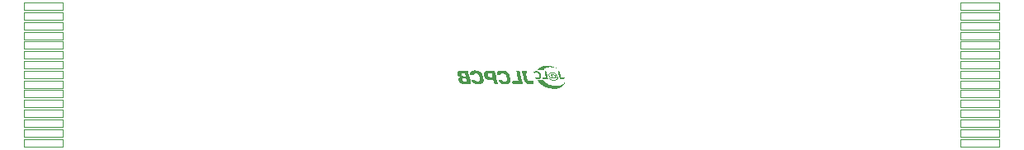
<source format=gbr>
%TF.GenerationSoftware,KiCad,Pcbnew,8.0.3*%
%TF.CreationDate,2024-11-15T18:21:39+09:00*%
%TF.ProjectId,FPC-MD-Main-002-20241115,4650432d-4d44-42d4-9d61-696e2d303032,rev?*%
%TF.SameCoordinates,Original*%
%TF.FileFunction,Legend,Bot*%
%TF.FilePolarity,Positive*%
%FSLAX46Y46*%
G04 Gerber Fmt 4.6, Leading zero omitted, Abs format (unit mm)*
G04 Created by KiCad (PCBNEW 8.0.3) date 2024-11-15 18:21:39*
%MOMM*%
%LPD*%
G01*
G04 APERTURE LIST*
G04 Aperture macros list*
%AMRoundRect*
0 Rectangle with rounded corners*
0 $1 Rounding radius*
0 $2 $3 $4 $5 $6 $7 $8 $9 X,Y pos of 4 corners*
0 Add a 4 corners polygon primitive as box body*
4,1,4,$2,$3,$4,$5,$6,$7,$8,$9,$2,$3,0*
0 Add four circle primitives for the rounded corners*
1,1,$1+$1,$2,$3*
1,1,$1+$1,$4,$5*
1,1,$1+$1,$6,$7*
1,1,$1+$1,$8,$9*
0 Add four rect primitives between the rounded corners*
20,1,$1+$1,$2,$3,$4,$5,0*
20,1,$1+$1,$4,$5,$6,$7,0*
20,1,$1+$1,$6,$7,$8,$9,0*
20,1,$1+$1,$8,$9,$2,$3,0*%
G04 Aperture macros list end*
%ADD10C,0.000000*%
%ADD11RoundRect,0.000000X-2.000000X0.350000X-2.000000X-0.350000X2.000000X-0.350000X2.000000X0.350000X0*%
%ADD12RoundRect,0.000000X2.000000X-0.350000X2.000000X0.350000X-2.000000X0.350000X-2.000000X-0.350000X0*%
G04 APERTURE END LIST*
D10*
G36*
X51309257Y-626111D02*
G01*
X51353021Y-677470D01*
X51400144Y-726228D01*
X51450579Y-772366D01*
X51504277Y-815862D01*
X51561192Y-856695D01*
X51621275Y-894845D01*
X51684480Y-930292D01*
X51750758Y-963014D01*
X51820063Y-992991D01*
X51892346Y-1020203D01*
X51967561Y-1044628D01*
X52045659Y-1066246D01*
X52126593Y-1085036D01*
X52210315Y-1100978D01*
X52296778Y-1114050D01*
X52385935Y-1124234D01*
X52474569Y-1130657D01*
X52560480Y-1132493D01*
X52643559Y-1129787D01*
X52723698Y-1122580D01*
X52800785Y-1110916D01*
X52874711Y-1094840D01*
X52945368Y-1074394D01*
X53012645Y-1049621D01*
X53076432Y-1020565D01*
X53136621Y-987270D01*
X53193102Y-949779D01*
X53245765Y-908135D01*
X53294500Y-862382D01*
X53339198Y-812563D01*
X53379750Y-758721D01*
X53416046Y-700900D01*
X53430022Y-676682D01*
X53435608Y-667510D01*
X53440277Y-660353D01*
X53444046Y-655254D01*
X53445597Y-653491D01*
X53446928Y-652258D01*
X53448041Y-651562D01*
X53448937Y-651407D01*
X53449620Y-651800D01*
X53450089Y-652746D01*
X53450348Y-654250D01*
X53450397Y-656317D01*
X53450240Y-658953D01*
X53449877Y-662163D01*
X53448542Y-670329D01*
X53446407Y-680858D01*
X53443487Y-693793D01*
X53439795Y-709177D01*
X53430157Y-747467D01*
X53421752Y-777688D01*
X53412410Y-807233D01*
X53402127Y-836107D01*
X53390902Y-864311D01*
X53378732Y-891848D01*
X53365612Y-918721D01*
X53351542Y-944934D01*
X53336517Y-970488D01*
X53320535Y-995388D01*
X53303593Y-1019634D01*
X53285688Y-1043232D01*
X53266818Y-1066182D01*
X53246980Y-1088489D01*
X53226170Y-1110154D01*
X53204386Y-1131182D01*
X53181625Y-1151574D01*
X53157885Y-1171333D01*
X53133161Y-1190463D01*
X53107453Y-1208966D01*
X53080756Y-1226845D01*
X53024385Y-1260742D01*
X52964027Y-1292178D01*
X52899660Y-1321174D01*
X52831259Y-1347754D01*
X52758803Y-1371940D01*
X52682268Y-1393756D01*
X52646569Y-1402190D01*
X52607479Y-1409501D01*
X52565413Y-1415692D01*
X52520784Y-1420765D01*
X52474005Y-1424722D01*
X52425490Y-1427565D01*
X52375652Y-1429295D01*
X52324904Y-1429915D01*
X52273661Y-1429428D01*
X52222334Y-1427835D01*
X52171338Y-1425137D01*
X52121087Y-1421339D01*
X52071993Y-1416440D01*
X52024470Y-1410444D01*
X51978931Y-1403352D01*
X51935790Y-1395167D01*
X51840404Y-1373328D01*
X51747437Y-1348584D01*
X51656964Y-1320970D01*
X51569056Y-1290524D01*
X51483785Y-1257284D01*
X51401225Y-1221286D01*
X51321446Y-1182568D01*
X51244522Y-1141167D01*
X51170525Y-1097120D01*
X51099528Y-1050464D01*
X51031602Y-1001237D01*
X50966820Y-949476D01*
X50905254Y-895218D01*
X50846978Y-838500D01*
X50792062Y-779359D01*
X50740579Y-717833D01*
X50723651Y-695903D01*
X50707021Y-673891D01*
X50691119Y-652374D01*
X50676374Y-631932D01*
X50663216Y-613144D01*
X50652076Y-596588D01*
X50643384Y-582844D01*
X50637568Y-572489D01*
X50614990Y-531567D01*
X51233057Y-531567D01*
X51309257Y-626111D01*
G37*
G36*
X52525635Y-245111D02*
G01*
X52526058Y-254950D01*
X52526244Y-263894D01*
X52526153Y-272040D01*
X52525745Y-279485D01*
X52524982Y-286327D01*
X52523824Y-292662D01*
X52522232Y-298588D01*
X52521261Y-301428D01*
X52520167Y-304201D01*
X52518944Y-306922D01*
X52517589Y-309600D01*
X52514459Y-314881D01*
X52510738Y-320142D01*
X52506386Y-325478D01*
X52501365Y-330989D01*
X52495635Y-336770D01*
X52489156Y-342919D01*
X52481890Y-349533D01*
X52471765Y-358033D01*
X52466642Y-361912D01*
X52461473Y-365543D01*
X52456255Y-368928D01*
X52450984Y-372065D01*
X52445654Y-374956D01*
X52440263Y-377601D01*
X52434805Y-380000D01*
X52429277Y-382153D01*
X52423675Y-384061D01*
X52417994Y-385723D01*
X52412230Y-387141D01*
X52406379Y-388314D01*
X52400438Y-389242D01*
X52394402Y-389926D01*
X52388266Y-390367D01*
X52382027Y-390563D01*
X52375680Y-390517D01*
X52369222Y-390227D01*
X52362648Y-389694D01*
X52355954Y-388919D01*
X52342190Y-386641D01*
X52327897Y-383396D01*
X52313042Y-379186D01*
X52297592Y-374013D01*
X52281513Y-367878D01*
X52263132Y-360530D01*
X52255496Y-357689D01*
X52248770Y-355398D01*
X52242864Y-353653D01*
X52237683Y-352449D01*
X52233134Y-351783D01*
X52231068Y-351650D01*
X52229125Y-351650D01*
X52227294Y-351782D01*
X52225563Y-352046D01*
X52223920Y-352442D01*
X52222353Y-352968D01*
X52220852Y-353624D01*
X52219405Y-354410D01*
X52217999Y-355325D01*
X52216624Y-356369D01*
X52213917Y-358840D01*
X52211191Y-361820D01*
X52208354Y-365304D01*
X52205313Y-369289D01*
X52203856Y-371220D01*
X52202391Y-373045D01*
X52200910Y-374765D01*
X52199404Y-376383D01*
X52197864Y-377900D01*
X52196284Y-379316D01*
X52194654Y-380635D01*
X52192965Y-381857D01*
X52191211Y-382984D01*
X52189383Y-384017D01*
X52187471Y-384958D01*
X52185469Y-385809D01*
X52183367Y-386571D01*
X52181158Y-387246D01*
X52178834Y-387834D01*
X52176385Y-388339D01*
X52173804Y-388761D01*
X52171082Y-389102D01*
X52168212Y-389363D01*
X52165184Y-389546D01*
X52161991Y-389653D01*
X52158625Y-389685D01*
X52155076Y-389643D01*
X52151338Y-389530D01*
X52143257Y-389093D01*
X52134316Y-388389D01*
X52124449Y-387427D01*
X52113590Y-386222D01*
X52095845Y-383749D01*
X52078341Y-380572D01*
X52061094Y-376707D01*
X52044121Y-372172D01*
X52027439Y-366981D01*
X52011066Y-361151D01*
X51995019Y-354698D01*
X51979314Y-347637D01*
X51949001Y-331759D01*
X51920263Y-313644D01*
X51893236Y-293420D01*
X51868057Y-271217D01*
X51844863Y-247161D01*
X51834052Y-234479D01*
X51823789Y-221381D01*
X51814090Y-207885D01*
X51804973Y-194006D01*
X51796453Y-179760D01*
X51788550Y-165163D01*
X51781279Y-150231D01*
X51774657Y-134980D01*
X51768702Y-119427D01*
X51763431Y-103587D01*
X51758860Y-87476D01*
X51755008Y-71110D01*
X51751890Y-54505D01*
X51749524Y-37678D01*
X51748369Y-25811D01*
X51747809Y-14029D01*
X51747836Y-2345D01*
X51748441Y9231D01*
X51749615Y20686D01*
X51751350Y32011D01*
X51753638Y43193D01*
X51756469Y54221D01*
X51759836Y65083D01*
X51763730Y75769D01*
X51768142Y86267D01*
X51773063Y96565D01*
X51778486Y106652D01*
X51784402Y116518D01*
X51790802Y126149D01*
X51797678Y135536D01*
X51805021Y144666D01*
X51812822Y153529D01*
X51821074Y162113D01*
X51829767Y170406D01*
X51838893Y178397D01*
X51848444Y186076D01*
X51858411Y193429D01*
X51868785Y200447D01*
X51879558Y207118D01*
X51890721Y213430D01*
X51902267Y219372D01*
X51914186Y224932D01*
X51926469Y230100D01*
X51939109Y234864D01*
X51952097Y239212D01*
X51965424Y243133D01*
X51982035Y247270D01*
X52000481Y250693D01*
X52020515Y253418D01*
X52041888Y255458D01*
X52064353Y256829D01*
X52087661Y257545D01*
X52111565Y257619D01*
X52135815Y257068D01*
X52160165Y255905D01*
X52184366Y254144D01*
X52208171Y251800D01*
X52231330Y248888D01*
X52253596Y245422D01*
X52274722Y241416D01*
X52294458Y236886D01*
X52312557Y231844D01*
X52353707Y217221D01*
X52392982Y200384D01*
X52430327Y181401D01*
X52465685Y160341D01*
X52499000Y137271D01*
X52530218Y112261D01*
X52559282Y85378D01*
X52586136Y56690D01*
X52610725Y26266D01*
X52632992Y-5826D01*
X52652883Y-39518D01*
X52670340Y-74742D01*
X52685309Y-111429D01*
X52697733Y-149511D01*
X52707556Y-188921D01*
X52714724Y-229589D01*
X52716160Y-242386D01*
X52717032Y-255106D01*
X52717348Y-267736D01*
X52717116Y-280265D01*
X52716342Y-292681D01*
X52715034Y-304973D01*
X52713198Y-317130D01*
X52710843Y-329138D01*
X52707975Y-340988D01*
X52704602Y-352667D01*
X52700731Y-364163D01*
X52696368Y-375465D01*
X52686200Y-397441D01*
X52674154Y-418501D01*
X52660290Y-438553D01*
X52644664Y-457503D01*
X52627335Y-475258D01*
X52608361Y-491725D01*
X52587800Y-506811D01*
X52565708Y-520424D01*
X52542145Y-532470D01*
X52529830Y-537876D01*
X52517168Y-542856D01*
X52475006Y-556907D01*
X52430829Y-567886D01*
X52385068Y-575864D01*
X52338156Y-580912D01*
X52290524Y-583098D01*
X52242605Y-582494D01*
X52194831Y-579169D01*
X52147633Y-573195D01*
X52101445Y-564640D01*
X52056697Y-553577D01*
X52013821Y-540074D01*
X51973251Y-524203D01*
X51935417Y-506032D01*
X51900752Y-485634D01*
X51869688Y-463078D01*
X51855642Y-451012D01*
X51842657Y-438434D01*
X51796090Y-390456D01*
X51832779Y-390456D01*
X51836854Y-390700D01*
X51841629Y-391418D01*
X51847045Y-392586D01*
X51853042Y-394182D01*
X51859560Y-396183D01*
X51866538Y-398567D01*
X51873918Y-401310D01*
X51881639Y-404390D01*
X51889641Y-407785D01*
X51897864Y-411471D01*
X51906248Y-415425D01*
X51914734Y-419626D01*
X51923261Y-424050D01*
X51931769Y-428674D01*
X51940199Y-433476D01*
X51948490Y-438434D01*
X51972386Y-451842D01*
X51997438Y-464015D01*
X52023549Y-474940D01*
X52050620Y-484603D01*
X52078550Y-492993D01*
X52107240Y-500098D01*
X52136593Y-505904D01*
X52166507Y-510400D01*
X52196885Y-513573D01*
X52227626Y-515411D01*
X52258632Y-515901D01*
X52289803Y-515030D01*
X52321040Y-512788D01*
X52352245Y-509160D01*
X52383317Y-504135D01*
X52414157Y-497700D01*
X52440349Y-490773D01*
X52464941Y-482702D01*
X52487920Y-473497D01*
X52509275Y-463172D01*
X52519339Y-457593D01*
X52528992Y-451739D01*
X52538234Y-445611D01*
X52547061Y-439211D01*
X52555472Y-432539D01*
X52563467Y-425599D01*
X52571043Y-418391D01*
X52578199Y-410917D01*
X52584933Y-403178D01*
X52591244Y-395176D01*
X52597130Y-386913D01*
X52602590Y-378390D01*
X52607622Y-369608D01*
X52612225Y-360569D01*
X52616396Y-351276D01*
X52620135Y-341728D01*
X52623440Y-331929D01*
X52626310Y-321878D01*
X52628742Y-311579D01*
X52630735Y-301032D01*
X52632288Y-290239D01*
X52633400Y-279202D01*
X52634067Y-267922D01*
X52634290Y-256400D01*
X52633223Y-225935D01*
X52630049Y-195970D01*
X52624812Y-166576D01*
X52617556Y-137823D01*
X52608323Y-109780D01*
X52597158Y-82519D01*
X52584103Y-56110D01*
X52569203Y-30622D01*
X52552500Y-6127D01*
X52534038Y17306D01*
X52513861Y39606D01*
X52492011Y60703D01*
X52468532Y80527D01*
X52443468Y99007D01*
X52416862Y116073D01*
X52388757Y131655D01*
X52373073Y139653D01*
X52358663Y146751D01*
X52345284Y153009D01*
X52332687Y158489D01*
X52320629Y163249D01*
X52308861Y167349D01*
X52297139Y170851D01*
X52285217Y173812D01*
X52272848Y176295D01*
X52259787Y178357D01*
X52245787Y180060D01*
X52230602Y181463D01*
X52213988Y182627D01*
X52195697Y183610D01*
X52153102Y185278D01*
X52111782Y186501D01*
X52077872Y186865D01*
X52063240Y186663D01*
X52049914Y186171D01*
X52037713Y185364D01*
X52026454Y184219D01*
X52015956Y182710D01*
X52006037Y180813D01*
X51996515Y178502D01*
X51987208Y175753D01*
X51977934Y172540D01*
X51968511Y168840D01*
X51948490Y159878D01*
X51941817Y156262D01*
X51935057Y152321D01*
X51928256Y148089D01*
X51921459Y143606D01*
X51914711Y138907D01*
X51908059Y134031D01*
X51901547Y129014D01*
X51895221Y123894D01*
X51889127Y118708D01*
X51883309Y113493D01*
X51877814Y108286D01*
X51872687Y103125D01*
X51867974Y98046D01*
X51863719Y93087D01*
X51859969Y88285D01*
X51856768Y83678D01*
X51850813Y73005D01*
X51845638Y61914D01*
X51841231Y50441D01*
X51837578Y38621D01*
X51834666Y26492D01*
X51832481Y14088D01*
X51831012Y1447D01*
X51830244Y-11396D01*
X51830164Y-24404D01*
X51830759Y-37541D01*
X51832017Y-50772D01*
X51833923Y-64059D01*
X51836465Y-77367D01*
X51839629Y-90659D01*
X51847772Y-117053D01*
X51858247Y-142950D01*
X51870948Y-168062D01*
X51885770Y-192099D01*
X51893943Y-203624D01*
X51902607Y-214772D01*
X51911749Y-225507D01*
X51921354Y-235792D01*
X51931411Y-245591D01*
X51941906Y-254868D01*
X51952826Y-263587D01*
X51964157Y-271711D01*
X51975887Y-279206D01*
X51988002Y-286033D01*
X51996521Y-290267D01*
X52005089Y-293971D01*
X52013625Y-297146D01*
X52022045Y-299792D01*
X52030266Y-301908D01*
X52038206Y-303496D01*
X52045783Y-304554D01*
X52052913Y-305083D01*
X52059513Y-305083D01*
X52065502Y-304554D01*
X52070797Y-303496D01*
X52073158Y-302768D01*
X52075314Y-301908D01*
X52077255Y-300916D01*
X52078971Y-299792D01*
X52080452Y-298535D01*
X52081686Y-297146D01*
X52082664Y-295625D01*
X52083376Y-293971D01*
X52083810Y-292185D01*
X52083957Y-290267D01*
X52083566Y-287802D01*
X52082419Y-283644D01*
X52078004Y-270621D01*
X52071009Y-251943D01*
X52061732Y-228354D01*
X52050471Y-200598D01*
X52037523Y-169418D01*
X52023186Y-135560D01*
X52007757Y-99767D01*
X51997117Y-75778D01*
X52126290Y-75778D01*
X52126621Y-85790D01*
X52127595Y-95960D01*
X52129188Y-106259D01*
X52131373Y-116653D01*
X52134124Y-127113D01*
X52137415Y-137607D01*
X52145517Y-158570D01*
X52155470Y-179294D01*
X52167069Y-199528D01*
X52180107Y-219023D01*
X52194377Y-237527D01*
X52209671Y-254790D01*
X52225785Y-270564D01*
X52242510Y-284597D01*
X52259640Y-296639D01*
X52268293Y-301835D01*
X52276969Y-306441D01*
X52285643Y-310423D01*
X52294290Y-313751D01*
X52302882Y-316395D01*
X52311395Y-318321D01*
X52319803Y-319500D01*
X52328079Y-319900D01*
X52338749Y-319647D01*
X52348551Y-318867D01*
X52353135Y-318269D01*
X52357510Y-317528D01*
X52361681Y-316640D01*
X52365650Y-315601D01*
X52369421Y-314406D01*
X52372996Y-313053D01*
X52376380Y-311537D01*
X52379574Y-309854D01*
X52382582Y-308001D01*
X52385407Y-305973D01*
X52388052Y-303767D01*
X52390521Y-301379D01*
X52392816Y-298805D01*
X52394940Y-296041D01*
X52396897Y-293083D01*
X52398690Y-289928D01*
X52400321Y-286571D01*
X52401795Y-283008D01*
X52403113Y-279237D01*
X52404279Y-275252D01*
X52405297Y-271050D01*
X52406169Y-266627D01*
X52406898Y-261979D01*
X52407487Y-257103D01*
X52408260Y-246649D01*
X52408513Y-235233D01*
X52407908Y-220352D01*
X52406386Y-205631D01*
X52403989Y-191104D01*
X52400760Y-176807D01*
X52396740Y-162776D01*
X52391971Y-149046D01*
X52386496Y-135653D01*
X52380357Y-122631D01*
X52373595Y-110017D01*
X52366253Y-97845D01*
X52358374Y-86151D01*
X52349998Y-74970D01*
X52341169Y-64339D01*
X52331929Y-54291D01*
X52322318Y-44863D01*
X52312381Y-36090D01*
X52302158Y-28008D01*
X52291692Y-20651D01*
X52281025Y-14056D01*
X52270199Y-8257D01*
X52259256Y-3290D01*
X52248239Y810D01*
X52237189Y4006D01*
X52226149Y6265D01*
X52215160Y7550D01*
X52204265Y7826D01*
X52193506Y7058D01*
X52182925Y5209D01*
X52172564Y2246D01*
X52162466Y-1868D01*
X52152671Y-7168D01*
X52143224Y-13689D01*
X52142430Y-14412D01*
X52141638Y-15254D01*
X52140849Y-16213D01*
X52140065Y-17283D01*
X52138517Y-19741D01*
X52137006Y-22597D01*
X52135545Y-25816D01*
X52134145Y-29366D01*
X52132820Y-33213D01*
X52131582Y-37325D01*
X52130443Y-41669D01*
X52129416Y-46211D01*
X52128513Y-50918D01*
X52127746Y-55758D01*
X52127128Y-60697D01*
X52126671Y-65702D01*
X52126388Y-70740D01*
X52126290Y-75778D01*
X51997117Y-75778D01*
X51930146Y75211D01*
X51979535Y75211D01*
X51984855Y75081D01*
X51990212Y74698D01*
X51995577Y74076D01*
X52000922Y73227D01*
X52006217Y72162D01*
X52011434Y70895D01*
X52016543Y69438D01*
X52021515Y67803D01*
X52026323Y66002D01*
X52030936Y64049D01*
X52035325Y61955D01*
X52039463Y59733D01*
X52043319Y57395D01*
X52046866Y54954D01*
X52050073Y52422D01*
X52052913Y49811D01*
X52057407Y45346D01*
X52061421Y41477D01*
X52065033Y38202D01*
X52066714Y36789D01*
X52068325Y35524D01*
X52069876Y34407D01*
X52071377Y33440D01*
X52072838Y32621D01*
X52074269Y31952D01*
X52075681Y31431D01*
X52077084Y31059D01*
X52078487Y30835D01*
X52079900Y30761D01*
X52081334Y30835D01*
X52082799Y31059D01*
X52084305Y31431D01*
X52085861Y31952D01*
X52087479Y32621D01*
X52089168Y33440D01*
X52090938Y34407D01*
X52092799Y35524D01*
X52094761Y36789D01*
X52096834Y38202D01*
X52101356Y41477D01*
X52106444Y45346D01*
X52112179Y49811D01*
X52115812Y52422D01*
X52119814Y54954D01*
X52124154Y57395D01*
X52128804Y59733D01*
X52133735Y61955D01*
X52138919Y64049D01*
X52144325Y66002D01*
X52149926Y67803D01*
X52155693Y69438D01*
X52161596Y70895D01*
X52167606Y72162D01*
X52173695Y73227D01*
X52179833Y74076D01*
X52185993Y74698D01*
X52192143Y75081D01*
X52198257Y75211D01*
X52212961Y74745D01*
X52227684Y73365D01*
X52242395Y71103D01*
X52257063Y67987D01*
X52271658Y64048D01*
X52286149Y59314D01*
X52300505Y53816D01*
X52314696Y47584D01*
X52328690Y40647D01*
X52342457Y33034D01*
X52355966Y24777D01*
X52369186Y15903D01*
X52382087Y6443D01*
X52394638Y-3572D01*
X52406808Y-14115D01*
X52418567Y-25154D01*
X52429883Y-36661D01*
X52440726Y-48605D01*
X52451065Y-60956D01*
X52460870Y-73686D01*
X52470109Y-86764D01*
X52478752Y-100161D01*
X52486769Y-113846D01*
X52494127Y-127791D01*
X52500798Y-141965D01*
X52506749Y-156338D01*
X52511951Y-170882D01*
X52516372Y-185566D01*
X52519981Y-200361D01*
X52522749Y-215236D01*
X52524644Y-230163D01*
X52524980Y-235233D01*
X52525635Y-245111D01*
G37*
G36*
X51468046Y372049D02*
G01*
X51482160Y370867D01*
X51495303Y369009D01*
X51507107Y366465D01*
X51512391Y364932D01*
X51517203Y363224D01*
X51521496Y361339D01*
X51525224Y359276D01*
X51528341Y357034D01*
X51530802Y354611D01*
X51541239Y318305D01*
X51560854Y232704D01*
X51614586Y-22685D01*
X51665937Y-284159D01*
X51682576Y-377367D01*
X51688846Y-424322D01*
X51688753Y-426125D01*
X51688631Y-426990D01*
X51688453Y-427831D01*
X51688215Y-428649D01*
X51687911Y-429444D01*
X51687539Y-430215D01*
X51687093Y-430964D01*
X51686570Y-431691D01*
X51685965Y-432396D01*
X51685274Y-433080D01*
X51684493Y-433742D01*
X51683617Y-434383D01*
X51682642Y-435004D01*
X51681564Y-435604D01*
X51680379Y-436184D01*
X51679083Y-436745D01*
X51677670Y-437287D01*
X51674480Y-438313D01*
X51670775Y-439266D01*
X51666522Y-440148D01*
X51661685Y-440962D01*
X51656232Y-441710D01*
X51650127Y-442395D01*
X51643338Y-443020D01*
X51635829Y-443586D01*
X51627566Y-444098D01*
X51618516Y-444557D01*
X51608644Y-444965D01*
X51597917Y-445326D01*
X51586299Y-445643D01*
X51560258Y-446150D01*
X51530249Y-446509D01*
X51495998Y-446740D01*
X51457232Y-446864D01*
X51413679Y-446900D01*
X51313094Y-447041D01*
X51239231Y-446437D01*
X51210997Y-445376D01*
X51187857Y-443552D01*
X51169282Y-440772D01*
X51154740Y-436846D01*
X51148818Y-434392D01*
X51143705Y-431580D01*
X51139337Y-428385D01*
X51135646Y-424783D01*
X51132568Y-420749D01*
X51130035Y-416261D01*
X51126342Y-405824D01*
X51124038Y-393278D01*
X51122594Y-378431D01*
X51120168Y-341067D01*
X51117346Y-298733D01*
X51289501Y-294500D01*
X51333017Y-293301D01*
X51369604Y-291788D01*
X51399609Y-289911D01*
X51423381Y-287621D01*
X51441265Y-284868D01*
X51448108Y-283302D01*
X51453609Y-281602D01*
X51457813Y-279761D01*
X51460761Y-277773D01*
X51462499Y-275633D01*
X51463068Y-273333D01*
X51461856Y-263817D01*
X51458394Y-243502D01*
X51445782Y-175438D01*
X51405213Y35700D01*
X51382988Y150926D01*
X51366054Y248425D01*
X51360068Y287302D01*
X51356000Y317878D01*
X51354049Y338863D01*
X51353929Y345355D01*
X51354413Y348967D01*
X51355848Y351542D01*
X51358006Y353975D01*
X51360841Y356266D01*
X51364307Y358412D01*
X51368358Y360412D01*
X51372948Y362265D01*
X51383561Y365525D01*
X51395778Y368182D01*
X51409231Y370224D01*
X51423552Y371643D01*
X51438374Y372426D01*
X51453327Y372565D01*
X51468046Y372049D01*
G37*
G36*
X52828852Y370509D02*
G01*
X52842785Y369786D01*
X52855829Y368675D01*
X52867631Y367179D01*
X52877837Y365303D01*
X52886094Y363050D01*
X52889381Y361784D01*
X52892048Y360426D01*
X52894051Y358975D01*
X52895346Y357433D01*
X52896383Y354859D01*
X52897884Y349868D01*
X52902159Y333158D01*
X52907922Y308345D01*
X52914925Y276471D01*
X52922921Y238577D01*
X52931660Y195707D01*
X52940896Y148900D01*
X52950379Y99200D01*
X52970336Y-2144D01*
X52987267Y-83429D01*
X53001849Y-147086D01*
X53014761Y-195546D01*
X53020803Y-214837D01*
X53026681Y-231240D01*
X53032481Y-245059D01*
X53038287Y-256599D01*
X53044184Y-266162D01*
X53050257Y-274053D01*
X53056590Y-280575D01*
X53063268Y-286033D01*
X53067839Y-288960D01*
X53072549Y-291657D01*
X53077388Y-294122D01*
X53082346Y-296358D01*
X53087414Y-298364D01*
X53092581Y-300141D01*
X53103176Y-303011D01*
X53114052Y-304971D01*
X53125131Y-306026D01*
X53136334Y-306180D01*
X53147582Y-305436D01*
X53158797Y-303800D01*
X53169901Y-301275D01*
X53180814Y-297865D01*
X53191459Y-293574D01*
X53201756Y-288407D01*
X53206750Y-285496D01*
X53211628Y-282368D01*
X53216379Y-279022D01*
X53220995Y-275460D01*
X53225465Y-271682D01*
X53229779Y-267689D01*
X53269290Y-229589D01*
X53328557Y-263456D01*
X53357427Y-279044D01*
X53369017Y-285631D01*
X53378806Y-291590D01*
X53386867Y-297052D01*
X53390272Y-299639D01*
X53393273Y-302151D01*
X53395877Y-304605D01*
X53398095Y-307018D01*
X53399935Y-309406D01*
X53401406Y-311786D01*
X53402517Y-314174D01*
X53403278Y-316587D01*
X53403697Y-319042D01*
X53403784Y-321554D01*
X53403547Y-324140D01*
X53402996Y-326818D01*
X53402140Y-329603D01*
X53400987Y-332512D01*
X53397828Y-338768D01*
X53393592Y-345719D01*
X53388352Y-353497D01*
X53382179Y-362233D01*
X53373839Y-373036D01*
X53364722Y-383215D01*
X53354867Y-392771D01*
X53344316Y-401700D01*
X53333110Y-410001D01*
X53321290Y-417672D01*
X53308896Y-424710D01*
X53295969Y-431113D01*
X53282551Y-436880D01*
X53268681Y-442008D01*
X53254400Y-446495D01*
X53239751Y-450340D01*
X53224772Y-453539D01*
X53209506Y-456092D01*
X53193993Y-457995D01*
X53178274Y-459247D01*
X53162389Y-459846D01*
X53146380Y-459790D01*
X53130287Y-459077D01*
X53114151Y-457704D01*
X53098013Y-455670D01*
X53081914Y-452972D01*
X53065894Y-449608D01*
X53049995Y-445577D01*
X53034257Y-440876D01*
X53018721Y-435504D01*
X53003428Y-429457D01*
X52988419Y-422735D01*
X52973734Y-415334D01*
X52959414Y-407254D01*
X52945501Y-398491D01*
X52932035Y-389045D01*
X52925141Y-383784D01*
X52918475Y-378300D01*
X52912023Y-372557D01*
X52905772Y-366522D01*
X52899711Y-360160D01*
X52893826Y-353437D01*
X52888105Y-346320D01*
X52882536Y-338774D01*
X52877104Y-330764D01*
X52871799Y-322258D01*
X52866607Y-313220D01*
X52861515Y-303617D01*
X52856511Y-293415D01*
X52851583Y-282579D01*
X52846716Y-271075D01*
X52841900Y-258870D01*
X52832367Y-232217D01*
X52822880Y-202348D01*
X52813341Y-168990D01*
X52803646Y-131870D01*
X52793695Y-90714D01*
X52783386Y-45252D01*
X52772618Y4792D01*
X52761290Y59689D01*
X52733289Y202872D01*
X52724232Y253810D01*
X52718252Y292875D01*
X52715181Y321488D01*
X52714686Y332321D01*
X52714856Y341073D01*
X52715671Y347924D01*
X52717111Y353051D01*
X52719153Y356632D01*
X52721779Y358844D01*
X52724484Y360378D01*
X52727806Y361805D01*
X52736125Y364340D01*
X52746382Y366453D01*
X52758226Y368149D01*
X52771301Y369431D01*
X52785255Y370304D01*
X52799733Y370772D01*
X52814383Y370839D01*
X52828852Y370509D01*
G37*
G36*
X50516516Y383349D02*
G01*
X50533364Y382590D01*
X50549506Y381444D01*
X50564705Y379910D01*
X50578726Y377985D01*
X50591333Y375668D01*
X50602290Y372956D01*
X50631243Y362770D01*
X50659812Y350805D01*
X50687882Y337165D01*
X50715334Y321957D01*
X50742049Y305285D01*
X50767911Y287255D01*
X50792802Y267973D01*
X50816603Y247543D01*
X50839197Y226071D01*
X50860466Y203663D01*
X50880292Y180425D01*
X50898558Y156460D01*
X50915145Y131876D01*
X50929935Y106776D01*
X50942812Y81268D01*
X50953657Y55455D01*
X50960171Y36169D01*
X50965952Y15997D01*
X50970992Y-4891D01*
X50975287Y-26323D01*
X50978829Y-48127D01*
X50981612Y-70131D01*
X50983630Y-92164D01*
X50984878Y-114054D01*
X50985348Y-135631D01*
X50985035Y-156721D01*
X50983932Y-177154D01*
X50982034Y-196759D01*
X50979333Y-215362D01*
X50975824Y-232794D01*
X50971501Y-248883D01*
X50966357Y-263456D01*
X50960489Y-276357D01*
X50954011Y-288863D01*
X50946937Y-300965D01*
X50939287Y-312657D01*
X50931076Y-323932D01*
X50922323Y-334782D01*
X50913043Y-345199D01*
X50903254Y-355178D01*
X50892973Y-364710D01*
X50882217Y-373788D01*
X50871004Y-382406D01*
X50859350Y-390555D01*
X50847272Y-398229D01*
X50834787Y-405420D01*
X50821912Y-412121D01*
X50808665Y-418325D01*
X50795063Y-424025D01*
X50781122Y-429213D01*
X50766859Y-433882D01*
X50752293Y-438026D01*
X50737438Y-441635D01*
X50722314Y-444705D01*
X50706936Y-447227D01*
X50691323Y-449193D01*
X50675490Y-450598D01*
X50659455Y-451432D01*
X50643235Y-451691D01*
X50626847Y-451365D01*
X50610308Y-450448D01*
X50593636Y-448933D01*
X50576846Y-446812D01*
X50559957Y-444078D01*
X50545407Y-441200D01*
X50529941Y-437394D01*
X50513768Y-432758D01*
X50497096Y-427387D01*
X50480136Y-421380D01*
X50463095Y-414833D01*
X50446182Y-407844D01*
X50429606Y-400510D01*
X50413575Y-392928D01*
X50398299Y-385194D01*
X50383987Y-377407D01*
X50370846Y-369664D01*
X50359086Y-362061D01*
X50348916Y-354696D01*
X50340544Y-347665D01*
X50334179Y-341067D01*
X50333435Y-340104D01*
X50332791Y-339066D01*
X50332247Y-337955D01*
X50331804Y-336770D01*
X50331462Y-335512D01*
X50331221Y-334180D01*
X50331083Y-332776D01*
X50331048Y-331299D01*
X50331117Y-329750D01*
X50331289Y-328129D01*
X50331565Y-326436D01*
X50331947Y-324671D01*
X50332434Y-322835D01*
X50333027Y-320928D01*
X50333726Y-318950D01*
X50334532Y-316901D01*
X50335446Y-314783D01*
X50336468Y-312594D01*
X50337598Y-310336D01*
X50338837Y-308008D01*
X50341645Y-303144D01*
X50344895Y-298006D01*
X50348591Y-292595D01*
X50352739Y-286913D01*
X50357341Y-280962D01*
X50362401Y-274744D01*
X50404735Y-223945D01*
X50465413Y-256400D01*
X50480557Y-264318D01*
X50495550Y-271409D01*
X50510374Y-277679D01*
X50525010Y-283137D01*
X50539439Y-287789D01*
X50553643Y-291644D01*
X50567603Y-294709D01*
X50581300Y-296992D01*
X50594716Y-298499D01*
X50607833Y-299238D01*
X50620631Y-299217D01*
X50633092Y-298444D01*
X50645198Y-296926D01*
X50656930Y-294669D01*
X50668268Y-291683D01*
X50679196Y-287974D01*
X50689694Y-283549D01*
X50699743Y-278417D01*
X50709324Y-272585D01*
X50718420Y-266060D01*
X50727012Y-258850D01*
X50735081Y-250962D01*
X50742608Y-242404D01*
X50749575Y-233183D01*
X50755963Y-223307D01*
X50761754Y-212783D01*
X50766929Y-201619D01*
X50771469Y-189822D01*
X50775356Y-177399D01*
X50778572Y-164359D01*
X50781097Y-150709D01*
X50782913Y-136456D01*
X50784330Y-110468D01*
X50783863Y-84457D01*
X50781582Y-58566D01*
X50777555Y-32937D01*
X50771849Y-7714D01*
X50764532Y16961D01*
X50755674Y40946D01*
X50745342Y64099D01*
X50733604Y86275D01*
X50720529Y107333D01*
X50706184Y127130D01*
X50690639Y145524D01*
X50673961Y162372D01*
X50656218Y177530D01*
X50637480Y190858D01*
X50617812Y202211D01*
X50603416Y208908D01*
X50588364Y214713D01*
X50572795Y219624D01*
X50556848Y223642D01*
X50540661Y226768D01*
X50524373Y229000D01*
X50508122Y230340D01*
X50492047Y230786D01*
X50476286Y230340D01*
X50460978Y229000D01*
X50446261Y226768D01*
X50432273Y223642D01*
X50419154Y219624D01*
X50407042Y214713D01*
X50396074Y208908D01*
X50391063Y205671D01*
X50386390Y202211D01*
X50378946Y196542D01*
X50371552Y191253D01*
X50364389Y186460D01*
X50357639Y182279D01*
X50354476Y180454D01*
X50351485Y178826D01*
X50348688Y177408D01*
X50346108Y176216D01*
X50343767Y175263D01*
X50341690Y174565D01*
X50339897Y174135D01*
X50338413Y173989D01*
X50337686Y174059D01*
X50336831Y174266D01*
X50335852Y174607D01*
X50334753Y175080D01*
X50332212Y176407D01*
X50329240Y178222D01*
X50325873Y180500D01*
X50322141Y183216D01*
X50318078Y186346D01*
X50313718Y189864D01*
X50309093Y193746D01*
X50304237Y197967D01*
X50299183Y202502D01*
X50293963Y207326D01*
X50288610Y212415D01*
X50283159Y217744D01*
X50277641Y223288D01*
X50272090Y229022D01*
X50218468Y284056D01*
X50266446Y317922D01*
X50271399Y321656D01*
X50276701Y325432D01*
X50282305Y329230D01*
X50288164Y333025D01*
X50300453Y340519D01*
X50313189Y347732D01*
X50325991Y354481D01*
X50338479Y360586D01*
X50350272Y365864D01*
X50355789Y368136D01*
X50360990Y370133D01*
X50371948Y373126D01*
X50384555Y375753D01*
X50398576Y378012D01*
X50413775Y379901D01*
X50429916Y381418D01*
X50446765Y382560D01*
X50464085Y383327D01*
X50481640Y383715D01*
X50499196Y383723D01*
X50516516Y383349D01*
G37*
G36*
X43634400Y-255342D02*
G01*
X43720754Y-636150D01*
X43738756Y-715540D01*
X43771645Y-869407D01*
X43782390Y-932322D01*
X43781494Y-934125D01*
X43780360Y-935831D01*
X43778942Y-937444D01*
X43777192Y-938964D01*
X43775065Y-940396D01*
X43772512Y-941742D01*
X43769487Y-943004D01*
X43765942Y-944184D01*
X43761831Y-945287D01*
X43757107Y-946313D01*
X43751722Y-947266D01*
X43745630Y-948148D01*
X43738783Y-948962D01*
X43731135Y-949710D01*
X43722638Y-950395D01*
X43713246Y-951020D01*
X43702911Y-951586D01*
X43691587Y-952098D01*
X43665781Y-952965D01*
X43635452Y-953643D01*
X43600225Y-954151D01*
X43559722Y-954509D01*
X43513568Y-954740D01*
X43402801Y-954900D01*
X43260723Y-954211D01*
X43144855Y-951769D01*
X43050848Y-947012D01*
X43010683Y-943590D01*
X42974353Y-939378D01*
X42941313Y-934306D01*
X42911021Y-928304D01*
X42882932Y-921301D01*
X42856503Y-913228D01*
X42831190Y-904014D01*
X42806450Y-893588D01*
X42756513Y-868822D01*
X42741507Y-860572D01*
X42726918Y-851963D01*
X42712750Y-843004D01*
X42699007Y-833699D01*
X42685693Y-824055D01*
X42672812Y-814078D01*
X42660368Y-803775D01*
X42648364Y-793151D01*
X42636805Y-782214D01*
X42625694Y-770968D01*
X42615035Y-759420D01*
X42604832Y-747577D01*
X42595089Y-735444D01*
X42585810Y-723029D01*
X42576998Y-710336D01*
X42568658Y-697372D01*
X42560794Y-684144D01*
X42553409Y-670658D01*
X42546507Y-656919D01*
X42540092Y-642934D01*
X42534168Y-628710D01*
X42528738Y-614252D01*
X42523808Y-599566D01*
X42519380Y-584660D01*
X42515458Y-569538D01*
X42512047Y-554208D01*
X42509150Y-538675D01*
X42506771Y-522946D01*
X42504914Y-507026D01*
X42504259Y-499111D01*
X42883512Y-499111D01*
X42883777Y-509662D01*
X42884575Y-519883D01*
X42885907Y-529778D01*
X42887779Y-539347D01*
X42890191Y-548593D01*
X42893149Y-557517D01*
X42896654Y-566121D01*
X42900710Y-574407D01*
X42905320Y-582377D01*
X42910487Y-590032D01*
X42916215Y-597375D01*
X42922505Y-604407D01*
X42929362Y-611130D01*
X42936789Y-617546D01*
X42944788Y-623656D01*
X42953362Y-629463D01*
X42962516Y-634967D01*
X42972251Y-640172D01*
X42982571Y-645079D01*
X42993480Y-649689D01*
X43004979Y-654005D01*
X43017073Y-658028D01*
X43029764Y-661760D01*
X43043056Y-665203D01*
X43056951Y-668359D01*
X43071453Y-671229D01*
X43086565Y-673816D01*
X43102289Y-676120D01*
X43118630Y-678145D01*
X43135590Y-679891D01*
X43171378Y-682556D01*
X43205948Y-684264D01*
X43234945Y-685113D01*
X43259014Y-685036D01*
X43269402Y-684630D01*
X43278800Y-683967D01*
X43287288Y-683039D01*
X43294948Y-681839D01*
X43301859Y-680358D01*
X43308102Y-678587D01*
X43313759Y-676518D01*
X43318909Y-674144D01*
X43323633Y-671455D01*
X43328012Y-668444D01*
X43332724Y-664670D01*
X43334841Y-662888D01*
X43336799Y-661138D01*
X43338595Y-659394D01*
X43340229Y-657627D01*
X43341699Y-655809D01*
X43343005Y-653914D01*
X43344146Y-651914D01*
X43345121Y-649781D01*
X43345545Y-648655D01*
X43345928Y-647487D01*
X43346566Y-645004D01*
X43347035Y-642306D01*
X43347334Y-639363D01*
X43347461Y-636150D01*
X43347415Y-632638D01*
X43347196Y-628799D01*
X43346802Y-624605D01*
X43346232Y-620030D01*
X43345486Y-615046D01*
X43344562Y-609624D01*
X43343459Y-603737D01*
X43342176Y-597358D01*
X43340712Y-590459D01*
X43337238Y-574989D01*
X43333028Y-557107D01*
X43328074Y-536592D01*
X43322368Y-513222D01*
X43315792Y-485799D01*
X43308918Y-459997D01*
X43301978Y-436377D01*
X43295204Y-415503D01*
X43288826Y-397936D01*
X43283077Y-384238D01*
X43280511Y-379016D01*
X43278188Y-374972D01*
X43276139Y-372177D01*
X43274391Y-370700D01*
X43267657Y-368964D01*
X43257297Y-367459D01*
X43227603Y-365144D01*
X43189112Y-363755D01*
X43145626Y-363292D01*
X43100950Y-363755D01*
X43058887Y-365144D01*
X43023240Y-367459D01*
X43009011Y-368964D01*
X42997813Y-370700D01*
X42991401Y-372130D01*
X42985135Y-373770D01*
X42979016Y-375616D01*
X42973049Y-377665D01*
X42967239Y-379910D01*
X42961589Y-382349D01*
X42956102Y-384976D01*
X42950783Y-387788D01*
X42945636Y-390779D01*
X42940664Y-393946D01*
X42935871Y-397284D01*
X42931262Y-400788D01*
X42926839Y-404455D01*
X42922608Y-408280D01*
X42918571Y-412258D01*
X42914733Y-416385D01*
X42911098Y-420657D01*
X42907669Y-425069D01*
X42904451Y-429617D01*
X42901446Y-434297D01*
X42898660Y-439103D01*
X42896096Y-444033D01*
X42893757Y-449081D01*
X42891648Y-454242D01*
X42889773Y-459514D01*
X42888135Y-464890D01*
X42886739Y-470367D01*
X42885588Y-475941D01*
X42884685Y-481606D01*
X42884036Y-487360D01*
X42883644Y-493196D01*
X42883512Y-499111D01*
X42504259Y-499111D01*
X42503582Y-490923D01*
X42502781Y-474642D01*
X42502513Y-458189D01*
X42502694Y-429945D01*
X42503052Y-418154D01*
X42503703Y-407654D01*
X42504735Y-398244D01*
X42506233Y-389728D01*
X42507185Y-385743D01*
X42508286Y-381906D01*
X42509547Y-378194D01*
X42510979Y-374581D01*
X42512593Y-371042D01*
X42514400Y-367553D01*
X42516411Y-364088D01*
X42518636Y-360624D01*
X42523772Y-353596D01*
X42529897Y-346270D01*
X42537096Y-338448D01*
X42545458Y-329932D01*
X42566012Y-310022D01*
X42572653Y-303760D01*
X42579316Y-297692D01*
X42585959Y-291847D01*
X42592537Y-286254D01*
X42605328Y-275941D01*
X42611454Y-271278D01*
X42617342Y-266983D01*
X42622949Y-263086D01*
X42628231Y-259614D01*
X42633146Y-256596D01*
X42637649Y-254063D01*
X42641697Y-252042D01*
X42645247Y-250563D01*
X42648256Y-249654D01*
X42650679Y-249345D01*
X42654214Y-249283D01*
X42657413Y-249100D01*
X42660277Y-248799D01*
X42662809Y-248383D01*
X42665011Y-247853D01*
X42666886Y-247214D01*
X42668436Y-246468D01*
X42669663Y-245618D01*
X42670570Y-244667D01*
X42670904Y-244154D01*
X42671159Y-243617D01*
X42671335Y-243056D01*
X42671432Y-242472D01*
X42671391Y-241233D01*
X42671040Y-239905D01*
X42670380Y-238490D01*
X42669413Y-236991D01*
X42668142Y-235410D01*
X42666569Y-233750D01*
X42664697Y-232015D01*
X42662528Y-230207D01*
X42660064Y-228329D01*
X42657307Y-226384D01*
X42654261Y-224375D01*
X42650926Y-222304D01*
X42647306Y-220174D01*
X42643403Y-217989D01*
X42639219Y-215750D01*
X42634756Y-213462D01*
X42630017Y-211126D01*
X42619720Y-206324D01*
X42608346Y-201367D01*
X42595892Y-196001D01*
X42583675Y-189973D01*
X42571707Y-183308D01*
X42560002Y-176030D01*
X42548572Y-168164D01*
X42537432Y-159735D01*
X42526595Y-150767D01*
X42516072Y-141284D01*
X42505879Y-131312D01*
X42496027Y-120874D01*
X42486530Y-109995D01*
X42477402Y-98700D01*
X42468655Y-87013D01*
X42460302Y-74960D01*
X42452357Y-62563D01*
X42444834Y-49849D01*
X42437744Y-36841D01*
X42431101Y-23564D01*
X42424919Y-10042D01*
X42419210Y3699D01*
X42413989Y17636D01*
X42409267Y31743D01*
X42405058Y45997D01*
X42403014Y53978D01*
X42785041Y53978D01*
X42785640Y44529D01*
X42786883Y35019D01*
X42788759Y25481D01*
X42791261Y15944D01*
X42794379Y6441D01*
X42798103Y-2998D01*
X42802426Y-12342D01*
X42807337Y-21560D01*
X42812828Y-30621D01*
X42818890Y-39494D01*
X42825514Y-48148D01*
X42832690Y-56551D01*
X42840410Y-64674D01*
X42848665Y-72484D01*
X42857445Y-79952D01*
X42866742Y-87045D01*
X42876546Y-93733D01*
X42886848Y-99984D01*
X42897640Y-105769D01*
X42908913Y-111056D01*
X42923902Y-116969D01*
X42941583Y-122513D01*
X42961505Y-127647D01*
X42983216Y-132333D01*
X43006267Y-136530D01*
X43030207Y-140201D01*
X43054586Y-143306D01*
X43078951Y-145804D01*
X43102854Y-147658D01*
X43125843Y-148828D01*
X43147468Y-149274D01*
X43167278Y-148957D01*
X43184822Y-147839D01*
X43199651Y-145879D01*
X43211313Y-143038D01*
X43215815Y-141275D01*
X43219357Y-139278D01*
X43220754Y-138288D01*
X43222034Y-137162D01*
X43223197Y-135887D01*
X43224241Y-134452D01*
X43225164Y-132844D01*
X43225967Y-131052D01*
X43226648Y-129063D01*
X43227206Y-126865D01*
X43227640Y-124445D01*
X43227949Y-121792D01*
X43228132Y-118894D01*
X43228187Y-115738D01*
X43228115Y-112313D01*
X43227913Y-108605D01*
X43227581Y-104604D01*
X43227118Y-100296D01*
X43226522Y-95670D01*
X43225793Y-90713D01*
X43223932Y-79760D01*
X43221524Y-67340D01*
X43218563Y-53354D01*
X43215039Y-37707D01*
X43210945Y-20301D01*
X43206272Y-1038D01*
X43201012Y20178D01*
X43185623Y77813D01*
X43172085Y126717D01*
X43161722Y161862D01*
X43158145Y172704D01*
X43155857Y178222D01*
X43155284Y178871D01*
X43154364Y179495D01*
X43153107Y180094D01*
X43151522Y180667D01*
X43147402Y181735D01*
X43142077Y182698D01*
X43135619Y183553D01*
X43128100Y184299D01*
X43119594Y184934D01*
X43110172Y185454D01*
X43099907Y185859D01*
X43088870Y186146D01*
X43064774Y186358D01*
X43038462Y186074D01*
X43010513Y185278D01*
X42971327Y183996D01*
X42938855Y182169D01*
X42924836Y181004D01*
X42912137Y179647D01*
X42900637Y178079D01*
X42890215Y176282D01*
X42880753Y174236D01*
X42872130Y171924D01*
X42864226Y169327D01*
X42856922Y166426D01*
X42850097Y163203D01*
X42843632Y159638D01*
X42837407Y155714D01*
X42831302Y151411D01*
X42823478Y145099D01*
X42816407Y138355D01*
X42810078Y131211D01*
X42804482Y123696D01*
X42799611Y115842D01*
X42795456Y107680D01*
X42792006Y99242D01*
X42789255Y90557D01*
X42787191Y81657D01*
X42785807Y72573D01*
X42785093Y63337D01*
X42785041Y53978D01*
X42403014Y53978D01*
X42401376Y60372D01*
X42398233Y74845D01*
X42395643Y89390D01*
X42393619Y103983D01*
X42392174Y118600D01*
X42391321Y133216D01*
X42391073Y147806D01*
X42391444Y162346D01*
X42392447Y176811D01*
X42394015Y189963D01*
X42396082Y202701D01*
X42398657Y215032D01*
X42401751Y226963D01*
X42405374Y238503D01*
X42409537Y249659D01*
X42414249Y260438D01*
X42419522Y270848D01*
X42425365Y280897D01*
X42431789Y290591D01*
X42438804Y299938D01*
X42446421Y308946D01*
X42454650Y317622D01*
X42463500Y325974D01*
X42472984Y334009D01*
X42483110Y341735D01*
X42493889Y349159D01*
X42505332Y356288D01*
X42517449Y363131D01*
X42530250Y369695D01*
X42543745Y375987D01*
X42557945Y382014D01*
X42572861Y387785D01*
X42588502Y393306D01*
X42604879Y398586D01*
X42622002Y403631D01*
X42658528Y413048D01*
X42698164Y421618D01*
X42740990Y429400D01*
X42798953Y434557D01*
X42893016Y438374D01*
X43009799Y440835D01*
X43135925Y441924D01*
X43258017Y441623D01*
X43362695Y439917D01*
X43436583Y436789D01*
X43457799Y434686D01*
X43466302Y432222D01*
X43485845Y364676D01*
X43525017Y207503D01*
X43601408Y-115738D01*
X43634400Y-255342D01*
G37*
G36*
X46386067Y-254813D02*
G01*
X46490423Y-715342D01*
X46523311Y-869349D01*
X46534057Y-932322D01*
X46533331Y-934001D01*
X46532465Y-935599D01*
X46531444Y-937118D01*
X46530253Y-938559D01*
X46528876Y-939925D01*
X46527297Y-941218D01*
X46525502Y-942439D01*
X46523473Y-943589D01*
X46521197Y-944672D01*
X46518657Y-945688D01*
X46515838Y-946639D01*
X46512725Y-947528D01*
X46509301Y-948355D01*
X46505552Y-949124D01*
X46501462Y-949835D01*
X46497015Y-950490D01*
X46492196Y-951092D01*
X46486990Y-951642D01*
X46481380Y-952142D01*
X46475352Y-952593D01*
X46461978Y-953358D01*
X46446744Y-953952D01*
X46429526Y-954389D01*
X46410199Y-954682D01*
X46388639Y-954848D01*
X46364723Y-954900D01*
X46325140Y-954633D01*
X46290949Y-953820D01*
X46261982Y-952445D01*
X46238076Y-950490D01*
X46219065Y-947941D01*
X46211343Y-946438D01*
X46204783Y-944780D01*
X46199364Y-942965D01*
X46195065Y-940990D01*
X46191866Y-938855D01*
X46189746Y-936556D01*
X46187949Y-933961D01*
X46185752Y-929428D01*
X46183188Y-923068D01*
X46180287Y-914992D01*
X46173598Y-894140D01*
X46165933Y-867764D01*
X46157541Y-836758D01*
X46148669Y-802015D01*
X46139566Y-764428D01*
X46130479Y-724889D01*
X46083913Y-531567D01*
X45892002Y-531567D01*
X45837160Y-530998D01*
X45785256Y-529265D01*
X45736151Y-526330D01*
X45689705Y-522152D01*
X45645782Y-516693D01*
X45604242Y-509912D01*
X45564947Y-501772D01*
X45527758Y-492232D01*
X45492537Y-481254D01*
X45459146Y-468797D01*
X45427445Y-454823D01*
X45397297Y-439293D01*
X45368562Y-422167D01*
X45341103Y-403407D01*
X45314781Y-382971D01*
X45289457Y-360822D01*
X45269877Y-341365D01*
X45250886Y-319658D01*
X45232577Y-295933D01*
X45215043Y-270423D01*
X45198377Y-243358D01*
X45182673Y-214971D01*
X45168023Y-185492D01*
X45154520Y-155153D01*
X45142257Y-124186D01*
X45131327Y-92821D01*
X45121824Y-61292D01*
X45113840Y-29829D01*
X45109963Y-10867D01*
X45494068Y-10867D01*
X45494157Y-21035D01*
X45494446Y-30432D01*
X45494971Y-39147D01*
X45495766Y-47269D01*
X45496867Y-54886D01*
X45498310Y-62088D01*
X45500129Y-68964D01*
X45502359Y-75601D01*
X45505035Y-82090D01*
X45508193Y-88519D01*
X45511868Y-94977D01*
X45516095Y-101553D01*
X45520909Y-108335D01*
X45526345Y-115413D01*
X45532438Y-122875D01*
X45539224Y-130811D01*
X45551061Y-143688D01*
X45562876Y-155373D01*
X45568832Y-160790D01*
X45574850Y-165935D01*
X45580950Y-170814D01*
X45587157Y-175438D01*
X45593492Y-179813D01*
X45599978Y-183948D01*
X45606636Y-187852D01*
X45613489Y-191533D01*
X45620559Y-194999D01*
X45627868Y-198258D01*
X45635439Y-201319D01*
X45643293Y-204189D01*
X45651453Y-206878D01*
X45659942Y-209392D01*
X45668781Y-211742D01*
X45677992Y-213934D01*
X45697621Y-217881D01*
X45719008Y-221299D01*
X45742329Y-224253D01*
X45767763Y-226811D01*
X45795487Y-229038D01*
X45825679Y-231000D01*
X45889849Y-234528D01*
X45915674Y-235564D01*
X45937664Y-235939D01*
X45956074Y-235520D01*
X45971159Y-234175D01*
X45977533Y-233114D01*
X45983171Y-231772D01*
X45988105Y-230132D01*
X45992367Y-228178D01*
X45995987Y-225893D01*
X45998999Y-223261D01*
X46001433Y-220265D01*
X46003322Y-216889D01*
X46004697Y-213116D01*
X46005591Y-208929D01*
X46006034Y-204313D01*
X46006059Y-199250D01*
X46004981Y-187719D01*
X46002611Y-174203D01*
X45995013Y-140689D01*
X45974904Y-50554D01*
X45963262Y1988D01*
X45952679Y51222D01*
X45928690Y159878D01*
X45791812Y159878D01*
X45763433Y159561D01*
X45734905Y158665D01*
X45707005Y157273D01*
X45680511Y155468D01*
X45656200Y153332D01*
X45634848Y150948D01*
X45617234Y148399D01*
X45604135Y145767D01*
X45597363Y143695D01*
X45590806Y141450D01*
X45584465Y139029D01*
X45578338Y136432D01*
X45572426Y133658D01*
X45566729Y130707D01*
X45561247Y127578D01*
X45555980Y124269D01*
X45550929Y120781D01*
X45546092Y117112D01*
X45541470Y113262D01*
X45537063Y109229D01*
X45532871Y105014D01*
X45528894Y100615D01*
X45525132Y96031D01*
X45521585Y91262D01*
X45518253Y86308D01*
X45515136Y81166D01*
X45512233Y75837D01*
X45509546Y70319D01*
X45507074Y64612D01*
X45504817Y58716D01*
X45502775Y52628D01*
X45500947Y46349D01*
X45499335Y39878D01*
X45497938Y33214D01*
X45496755Y26356D01*
X45495788Y19304D01*
X45495036Y12056D01*
X45494498Y4612D01*
X45494176Y-3028D01*
X45494068Y-10867D01*
X45109963Y-10867D01*
X45107468Y1337D01*
X45102802Y31974D01*
X45099934Y61850D01*
X45098957Y90733D01*
X45099444Y104058D01*
X45100867Y118021D01*
X45103171Y132501D01*
X45106299Y147376D01*
X45110197Y162524D01*
X45114807Y177822D01*
X45120075Y193150D01*
X45125945Y208385D01*
X45132360Y223404D01*
X45139265Y238087D01*
X45146604Y252311D01*
X45154321Y265954D01*
X45162361Y278894D01*
X45170667Y291009D01*
X45179184Y302178D01*
X45187857Y312278D01*
X45196970Y321514D01*
X45207315Y330675D01*
X45218801Y339715D01*
X45231337Y348592D01*
X45244832Y357262D01*
X45259195Y365682D01*
X45274336Y373809D01*
X45290162Y381599D01*
X45306585Y389008D01*
X45323511Y395994D01*
X45340851Y402512D01*
X45358513Y408520D01*
X45376407Y413974D01*
X45394441Y418830D01*
X45412525Y423046D01*
X45430568Y426578D01*
X45490736Y432319D01*
X45591501Y436786D01*
X45718029Y439898D01*
X45855489Y441571D01*
X45989045Y441722D01*
X46103866Y440270D01*
X46185118Y437131D01*
X46208520Y434903D01*
X46217968Y432222D01*
X46237511Y365081D01*
X46276683Y208098D01*
X46372937Y-199250D01*
X46386067Y-254813D01*
G37*
G36*
X48662531Y443051D02*
G01*
X48690804Y441750D01*
X48716605Y439785D01*
X48739065Y437150D01*
X48757317Y433840D01*
X48770493Y429847D01*
X48774905Y427593D01*
X48777723Y425167D01*
X48779667Y421722D01*
X48782293Y415206D01*
X48789409Y393637D01*
X48798708Y361815D01*
X48809826Y321097D01*
X48822400Y272838D01*
X48836064Y218395D01*
X48850457Y159122D01*
X48865213Y96378D01*
X49023257Y-565433D01*
X49055624Y-703392D01*
X49081113Y-819257D01*
X49090450Y-865143D01*
X49097076Y-900991D01*
X49100659Y-925297D01*
X49101206Y-932651D01*
X49100868Y-936556D01*
X49099951Y-937974D01*
X49098490Y-939319D01*
X49096439Y-940592D01*
X49093749Y-941795D01*
X49090375Y-942928D01*
X49086268Y-943994D01*
X49081381Y-944993D01*
X49075667Y-945926D01*
X49061568Y-947602D01*
X49043594Y-949032D01*
X49021366Y-950227D01*
X48994506Y-951196D01*
X48962635Y-951950D01*
X48925375Y-952500D01*
X48882348Y-952855D01*
X48833176Y-953026D01*
X48714882Y-952858D01*
X48567468Y-952078D01*
X48041124Y-947845D01*
X48008668Y-815200D01*
X48000593Y-780931D01*
X47994336Y-751921D01*
X47989866Y-727739D01*
X47988290Y-717324D01*
X47987149Y-707956D01*
X47986437Y-699579D01*
X47986151Y-692141D01*
X47986287Y-685588D01*
X47986840Y-679866D01*
X47987807Y-674921D01*
X47989183Y-670699D01*
X47990964Y-667147D01*
X47993146Y-664211D01*
X47994518Y-662789D01*
X47996267Y-661431D01*
X47998413Y-660135D01*
X48000979Y-658900D01*
X48003985Y-657724D01*
X48007452Y-656605D01*
X48011402Y-655542D01*
X48015856Y-654532D01*
X48026360Y-652665D01*
X48039134Y-650990D01*
X48054347Y-649493D01*
X48072168Y-648160D01*
X48092768Y-646975D01*
X48116315Y-645925D01*
X48142979Y-644994D01*
X48172930Y-644169D01*
X48243370Y-642777D01*
X48328990Y-641633D01*
X48647902Y-637400D01*
X48652135Y-600711D01*
X48652045Y-594538D01*
X48650759Y-583607D01*
X48644837Y-548544D01*
X48634846Y-497673D01*
X48621267Y-433142D01*
X48604579Y-357102D01*
X48585261Y-271702D01*
X48540657Y-81422D01*
X48497332Y106807D01*
X48462870Y264476D01*
X48440843Y374785D01*
X48435609Y406930D01*
X48434824Y420933D01*
X48436616Y423505D01*
X48440070Y425926D01*
X48445076Y428198D01*
X48451525Y430318D01*
X48468322Y434101D01*
X48489592Y437271D01*
X48514467Y439821D01*
X48542079Y441744D01*
X48571559Y443035D01*
X48602040Y443687D01*
X48632653Y443695D01*
X48662531Y443051D01*
G37*
G36*
X49329697Y442571D02*
G01*
X49402868Y440446D01*
X49432547Y438562D01*
X49455964Y436106D01*
X49471878Y433058D01*
X49476633Y431306D01*
X49479046Y429400D01*
X49482563Y422311D01*
X49486680Y410987D01*
X49496200Y378137D01*
X49506579Y335861D01*
X49516793Y289171D01*
X49525817Y243075D01*
X49532624Y202586D01*
X49534877Y186009D01*
X49536190Y172713D01*
X49536438Y163323D01*
X49536121Y160289D01*
X49535490Y158467D01*
X49535049Y157665D01*
X49534519Y156848D01*
X49533905Y156017D01*
X49533208Y155173D01*
X49531584Y153453D01*
X49529670Y151698D01*
X49527491Y149918D01*
X49525072Y148123D01*
X49522439Y146324D01*
X49519615Y144532D01*
X49516626Y142756D01*
X49513497Y141007D01*
X49510252Y139295D01*
X49506915Y137631D01*
X49503513Y136024D01*
X49500069Y134486D01*
X49496609Y133026D01*
X49493157Y131655D01*
X49489472Y129988D01*
X49485837Y128172D01*
X49482268Y126223D01*
X49478781Y124159D01*
X49475394Y121995D01*
X49472123Y119749D01*
X49468983Y117437D01*
X49465993Y115075D01*
X49463168Y112680D01*
X49460525Y110268D01*
X49458080Y107857D01*
X49455851Y105462D01*
X49453852Y103100D01*
X49452102Y100787D01*
X49450617Y98541D01*
X49449413Y96378D01*
X49448255Y84374D01*
X49449873Y63451D01*
X49453967Y34809D01*
X49460238Y-350D01*
X49478112Y-85416D01*
X49501095Y-182140D01*
X49526789Y-280915D01*
X49552798Y-372133D01*
X49576724Y-446186D01*
X49587156Y-473774D01*
X49596168Y-493467D01*
X49601375Y-502798D01*
X49606684Y-511747D01*
X49612107Y-520319D01*
X49617654Y-528519D01*
X49623339Y-536353D01*
X49629171Y-543826D01*
X49635162Y-550946D01*
X49641324Y-557716D01*
X49647667Y-564144D01*
X49654204Y-570234D01*
X49660946Y-575992D01*
X49667903Y-581424D01*
X49675088Y-586536D01*
X49682512Y-591333D01*
X49690186Y-595821D01*
X49698121Y-600006D01*
X49706329Y-603893D01*
X49714822Y-607488D01*
X49723609Y-610796D01*
X49732704Y-613825D01*
X49742118Y-616578D01*
X49751860Y-619062D01*
X49761944Y-621282D01*
X49772381Y-623245D01*
X49783181Y-624955D01*
X49794356Y-626419D01*
X49817878Y-628630D01*
X49843037Y-629924D01*
X49869924Y-630345D01*
X49893086Y-630028D01*
X49917637Y-629132D01*
X49942849Y-627740D01*
X49967996Y-625935D01*
X49992349Y-623799D01*
X50015180Y-621415D01*
X50035762Y-618866D01*
X50053368Y-616233D01*
X50072994Y-612593D01*
X50081704Y-611214D01*
X50089726Y-610126D01*
X50097095Y-609328D01*
X50103846Y-608817D01*
X50110013Y-608591D01*
X50115633Y-608649D01*
X50120741Y-608987D01*
X50125371Y-609605D01*
X50129558Y-610500D01*
X50133338Y-611669D01*
X50136747Y-613112D01*
X50139818Y-614825D01*
X50142587Y-616807D01*
X50145090Y-619056D01*
X50147816Y-622373D01*
X50150688Y-626976D01*
X50156795Y-639685D01*
X50163263Y-656483D01*
X50169939Y-676669D01*
X50176673Y-699542D01*
X50183314Y-724401D01*
X50195714Y-777276D01*
X50205931Y-829689D01*
X50209843Y-853969D01*
X50212758Y-876032D01*
X50214523Y-895176D01*
X50214987Y-910701D01*
X50214001Y-921905D01*
X50212916Y-925669D01*
X50211413Y-928089D01*
X50210443Y-928903D01*
X50209127Y-929757D01*
X50205498Y-931575D01*
X50200604Y-933531D01*
X50194523Y-935608D01*
X50187335Y-937792D01*
X50179117Y-940070D01*
X50159907Y-944846D01*
X50137522Y-949821D01*
X50112591Y-954878D01*
X50085741Y-959902D01*
X50057601Y-964778D01*
X50002505Y-971674D01*
X49948882Y-975962D01*
X49896752Y-977645D01*
X49846133Y-976728D01*
X49797044Y-973215D01*
X49749502Y-967110D01*
X49703528Y-958416D01*
X49659139Y-947139D01*
X49616354Y-933282D01*
X49575192Y-916850D01*
X49535671Y-897846D01*
X49497809Y-876275D01*
X49461626Y-852141D01*
X49427141Y-825447D01*
X49394371Y-796199D01*
X49363335Y-764400D01*
X49346398Y-745120D01*
X49330435Y-725184D01*
X49315328Y-704301D01*
X49300959Y-682181D01*
X49287210Y-658531D01*
X49273964Y-633059D01*
X49261101Y-605475D01*
X49248506Y-575488D01*
X49236059Y-542804D01*
X49223643Y-507134D01*
X49211140Y-468186D01*
X49198433Y-425667D01*
X49185404Y-379288D01*
X49171934Y-328755D01*
X49157906Y-273779D01*
X49143202Y-214067D01*
X49068104Y98538D01*
X49025021Y289700D01*
X49013583Y348917D01*
X49007867Y388786D01*
X49007112Y412979D01*
X49008357Y420344D01*
X49010557Y425167D01*
X49013355Y426977D01*
X49018469Y428702D01*
X49035028Y431889D01*
X49058991Y434707D01*
X49089116Y437139D01*
X49162883Y440769D01*
X49246389Y442629D01*
X49329697Y442571D01*
G37*
G36*
X44296264Y453262D02*
G01*
X44330372Y451059D01*
X44363085Y448141D01*
X44393954Y444512D01*
X44422531Y440176D01*
X44448366Y435137D01*
X44471013Y429400D01*
X44509234Y417403D01*
X44546595Y403675D01*
X44583031Y388268D01*
X44618474Y371236D01*
X44652858Y352633D01*
X44686119Y332513D01*
X44718188Y310929D01*
X44749001Y287936D01*
X44778491Y263587D01*
X44806592Y237935D01*
X44833238Y211035D01*
X44858362Y182941D01*
X44881899Y153705D01*
X44903782Y123382D01*
X44923946Y92025D01*
X44942323Y59689D01*
X44954841Y34185D01*
X44967916Y2701D01*
X44981347Y-33896D01*
X44994931Y-74742D01*
X45021748Y-165711D01*
X45046746Y-263279D01*
X45068304Y-360516D01*
X45084802Y-450494D01*
X45090647Y-490595D01*
X45094619Y-526283D01*
X45096516Y-556692D01*
X45096135Y-580956D01*
X45093299Y-606663D01*
X45089043Y-631653D01*
X45083391Y-655909D01*
X45076371Y-679416D01*
X45068009Y-702160D01*
X45058330Y-724125D01*
X45047360Y-745296D01*
X45035127Y-765657D01*
X45021655Y-785193D01*
X45006971Y-803889D01*
X44991101Y-821731D01*
X44974071Y-838701D01*
X44955908Y-854786D01*
X44936636Y-869970D01*
X44916283Y-884238D01*
X44894875Y-897574D01*
X44872437Y-909963D01*
X44848996Y-921391D01*
X44824578Y-931841D01*
X44799209Y-941299D01*
X44772915Y-949749D01*
X44745721Y-957176D01*
X44717655Y-963565D01*
X44688742Y-968901D01*
X44659009Y-973168D01*
X44628481Y-976351D01*
X44597185Y-978435D01*
X44565146Y-979404D01*
X44532391Y-979244D01*
X44498946Y-977939D01*
X44464837Y-975474D01*
X44430090Y-971833D01*
X44402524Y-967694D01*
X44373337Y-962794D01*
X44343423Y-957298D01*
X44313674Y-951372D01*
X44284983Y-945182D01*
X44258244Y-938893D01*
X44234348Y-932670D01*
X44214190Y-926678D01*
X44183498Y-915217D01*
X44153400Y-902061D01*
X44123991Y-887300D01*
X44095370Y-871027D01*
X44067634Y-853332D01*
X44040880Y-834305D01*
X44015204Y-814038D01*
X43990705Y-792622D01*
X43967479Y-770148D01*
X43945624Y-746706D01*
X43925236Y-722388D01*
X43906413Y-697284D01*
X43889252Y-671486D01*
X43873850Y-645084D01*
X43860304Y-618170D01*
X43848712Y-590833D01*
X43841307Y-570587D01*
X43838403Y-562190D01*
X43836034Y-554806D01*
X43834203Y-548331D01*
X43832912Y-542663D01*
X43832162Y-537697D01*
X43831956Y-533331D01*
X43832057Y-531340D01*
X43832295Y-529460D01*
X43832670Y-527679D01*
X43833182Y-525983D01*
X43833832Y-524359D01*
X43834619Y-522795D01*
X43835544Y-521277D01*
X43836608Y-519793D01*
X43839151Y-516873D01*
X43842250Y-513933D01*
X43845906Y-510869D01*
X43850124Y-507578D01*
X43853978Y-505279D01*
X43858670Y-503143D01*
X43864210Y-501169D01*
X43870607Y-499354D01*
X43877872Y-497696D01*
X43886016Y-496193D01*
X43895049Y-494842D01*
X43904981Y-493643D01*
X43915822Y-492593D01*
X43927583Y-491689D01*
X43940274Y-490930D01*
X43953906Y-490314D01*
X43968489Y-489838D01*
X43984033Y-489501D01*
X44018045Y-489234D01*
X44157746Y-489234D01*
X44229712Y-565433D01*
X44240445Y-576556D01*
X44250488Y-586683D01*
X44259943Y-595875D01*
X44268915Y-604195D01*
X44277506Y-611705D01*
X44285821Y-618466D01*
X44293961Y-624541D01*
X44302032Y-629992D01*
X44310135Y-634880D01*
X44318375Y-639269D01*
X44326855Y-643219D01*
X44335678Y-646793D01*
X44344947Y-650053D01*
X44354767Y-653060D01*
X44365239Y-655877D01*
X44376468Y-658567D01*
X44396378Y-662603D01*
X44416357Y-665724D01*
X44436306Y-667940D01*
X44456130Y-669260D01*
X44475730Y-669696D01*
X44495010Y-669258D01*
X44513872Y-667955D01*
X44532219Y-665799D01*
X44549955Y-662799D01*
X44566982Y-658966D01*
X44583202Y-654311D01*
X44598520Y-648843D01*
X44612836Y-642574D01*
X44626056Y-635512D01*
X44638080Y-627669D01*
X44648813Y-619056D01*
X44655870Y-612470D01*
X44662489Y-605665D01*
X44668671Y-598618D01*
X44674416Y-591307D01*
X44679726Y-583712D01*
X44684600Y-575809D01*
X44689038Y-567577D01*
X44693042Y-558995D01*
X44696612Y-550041D01*
X44699748Y-540694D01*
X44702452Y-530930D01*
X44704722Y-520730D01*
X44706561Y-510071D01*
X44707968Y-498931D01*
X44708944Y-487289D01*
X44709490Y-475122D01*
X44709606Y-462410D01*
X44709293Y-449131D01*
X44708550Y-435263D01*
X44707379Y-420784D01*
X44705780Y-405672D01*
X44703754Y-389906D01*
X44698422Y-356324D01*
X44691386Y-319866D01*
X44682651Y-280356D01*
X44672222Y-237622D01*
X44660101Y-191489D01*
X44648230Y-151736D01*
X44634847Y-114504D01*
X44619964Y-79797D01*
X44603591Y-47622D01*
X44585737Y-17985D01*
X44576259Y-4121D01*
X44566414Y9107D01*
X44556205Y21696D01*
X44545632Y33648D01*
X44534696Y44960D01*
X44523400Y55632D01*
X44511744Y65663D01*
X44499730Y75053D01*
X44487358Y83800D01*
X44474631Y91905D01*
X44461550Y99365D01*
X44448115Y106181D01*
X44434328Y112351D01*
X44420190Y117875D01*
X44405704Y122752D01*
X44390869Y126981D01*
X44375687Y130562D01*
X44360160Y133494D01*
X44344289Y135775D01*
X44328075Y137406D01*
X44311520Y138385D01*
X44294624Y138711D01*
X44274323Y138127D01*
X44255187Y136884D01*
X44237154Y134950D01*
X44220165Y132295D01*
X44204160Y128887D01*
X44189080Y124696D01*
X44174863Y119691D01*
X44161450Y113840D01*
X44148781Y107113D01*
X44136797Y99478D01*
X44125437Y90905D01*
X44114641Y81363D01*
X44104349Y70820D01*
X44094502Y59245D01*
X44085040Y46608D01*
X44075902Y32878D01*
X44040623Y-23567D01*
X43881169Y-23567D01*
X43843666Y-23302D01*
X43810547Y-22508D01*
X43781826Y-21186D01*
X43757520Y-19333D01*
X43737646Y-16952D01*
X43729376Y-15563D01*
X43722220Y-14042D01*
X43716180Y-12388D01*
X43711259Y-10602D01*
X43707458Y-8684D01*
X43704779Y-6633D01*
X43703862Y-5605D01*
X43702961Y-4376D01*
X43702079Y-2952D01*
X43701216Y-1339D01*
X43699549Y2430D01*
X43697966Y6882D01*
X43696475Y11972D01*
X43695081Y17650D01*
X43693790Y23870D01*
X43692608Y30585D01*
X43691543Y37745D01*
X43690599Y45305D01*
X43689784Y53216D01*
X43689103Y61431D01*
X43688562Y69902D01*
X43688168Y78582D01*
X43687927Y87423D01*
X43687846Y96378D01*
X43688971Y128706D01*
X43690377Y144313D01*
X43692346Y159547D01*
X43694879Y174409D01*
X43697975Y188899D01*
X43701635Y203017D01*
X43705860Y216763D01*
X43710648Y230137D01*
X43716001Y243139D01*
X43721919Y255768D01*
X43728401Y268026D01*
X43735450Y279912D01*
X43743063Y291425D01*
X43751243Y302567D01*
X43759989Y313336D01*
X43769301Y323733D01*
X43779180Y333759D01*
X43789626Y343412D01*
X43800638Y352693D01*
X43812219Y361602D01*
X43824366Y370139D01*
X43837082Y378304D01*
X43850366Y386096D01*
X43864219Y393517D01*
X43878640Y400566D01*
X43909189Y413547D01*
X43942016Y425040D01*
X43977124Y435044D01*
X44000514Y440221D01*
X44026995Y444641D01*
X44056117Y448309D01*
X44087433Y451228D01*
X44120493Y453403D01*
X44154849Y454839D01*
X44225656Y455506D01*
X44296264Y453262D01*
G37*
G36*
X47073620Y450691D02*
G01*
X47108732Y449332D01*
X47140273Y447246D01*
X47168175Y444415D01*
X47192373Y440824D01*
X47212801Y436456D01*
X47250191Y425866D01*
X47287620Y412723D01*
X47324897Y397187D01*
X47361828Y379416D01*
X47398221Y359570D01*
X47433885Y337807D01*
X47468628Y314288D01*
X47502255Y289171D01*
X47534577Y262615D01*
X47565400Y234780D01*
X47594532Y205824D01*
X47621781Y175907D01*
X47646955Y145188D01*
X47669861Y113826D01*
X47690307Y81981D01*
X47708101Y49811D01*
X47718323Y27577D01*
X47729282Y0D01*
X47752662Y-68215D01*
X47776736Y-148899D01*
X47800000Y-236115D01*
X47820949Y-323927D01*
X47838078Y-406397D01*
X47849882Y-477589D01*
X47853317Y-507101D01*
X47854857Y-531567D01*
X47855239Y-551259D01*
X47854805Y-570637D01*
X47853564Y-589684D01*
X47851528Y-608384D01*
X47848706Y-626720D01*
X47845109Y-644676D01*
X47840747Y-662235D01*
X47835631Y-679381D01*
X47829770Y-696096D01*
X47823176Y-712365D01*
X47815858Y-728171D01*
X47807827Y-743498D01*
X47799094Y-758328D01*
X47789667Y-772646D01*
X47779559Y-786435D01*
X47768779Y-799678D01*
X47748339Y-822587D01*
X47727162Y-843717D01*
X47705143Y-863107D01*
X47693783Y-872161D01*
X47682172Y-880795D01*
X47670297Y-889013D01*
X47658143Y-896821D01*
X47645699Y-904223D01*
X47632949Y-911225D01*
X47619881Y-917830D01*
X47606481Y-924045D01*
X47592736Y-929873D01*
X47578632Y-935321D01*
X47549295Y-945092D01*
X47518362Y-953398D01*
X47485726Y-960277D01*
X47451280Y-965770D01*
X47414914Y-969915D01*
X47376524Y-972751D01*
X47336000Y-974318D01*
X47293235Y-974656D01*
X47247428Y-973493D01*
X47203602Y-971040D01*
X47161652Y-967264D01*
X47121476Y-962132D01*
X47082971Y-955611D01*
X47046031Y-947668D01*
X47010556Y-938270D01*
X46976440Y-927383D01*
X46943582Y-914976D01*
X46911877Y-901013D01*
X46881221Y-885463D01*
X46851513Y-868293D01*
X46822648Y-849469D01*
X46794523Y-828958D01*
X46767034Y-806728D01*
X46740079Y-782745D01*
X46726354Y-768933D01*
X46712766Y-754073D01*
X46699418Y-738341D01*
X46686413Y-721912D01*
X46673854Y-704963D01*
X46661845Y-687668D01*
X46650489Y-670204D01*
X46639890Y-652746D01*
X46630151Y-635470D01*
X46621375Y-618551D01*
X46613666Y-602166D01*
X46607126Y-586490D01*
X46601860Y-571698D01*
X46597970Y-557967D01*
X46595561Y-545472D01*
X46594735Y-534389D01*
X46594813Y-530783D01*
X46595059Y-527371D01*
X46595494Y-524146D01*
X46596138Y-521105D01*
X46597010Y-518241D01*
X46598130Y-515550D01*
X46599518Y-513026D01*
X46601195Y-510665D01*
X46603180Y-508460D01*
X46605492Y-506408D01*
X46608152Y-504502D01*
X46611180Y-502738D01*
X46614596Y-501111D01*
X46618419Y-499614D01*
X46622669Y-498244D01*
X46627367Y-496995D01*
X46632531Y-495861D01*
X46638183Y-494838D01*
X46644342Y-493920D01*
X46651028Y-493103D01*
X46658260Y-492381D01*
X46666059Y-491748D01*
X46674444Y-491201D01*
X46683436Y-490733D01*
X46693055Y-490339D01*
X46703319Y-490015D01*
X46725866Y-489553D01*
X46751237Y-489307D01*
X46779591Y-489234D01*
X46826251Y-489322D01*
X46861832Y-489939D01*
X46876139Y-490612D01*
X46888483Y-491615D01*
X46899132Y-493015D01*
X46908354Y-494878D01*
X46916419Y-497270D01*
X46923595Y-500258D01*
X46930152Y-503907D01*
X46936356Y-508283D01*
X46942478Y-513454D01*
X46948786Y-519484D01*
X46963035Y-534389D01*
X46971276Y-543812D01*
X46978954Y-552888D01*
X46985905Y-561401D01*
X46991963Y-569138D01*
X46996962Y-575882D01*
X47000738Y-581419D01*
X47002115Y-583667D01*
X47003125Y-585534D01*
X47003746Y-586990D01*
X47003957Y-588011D01*
X47004035Y-588577D01*
X47004266Y-589215D01*
X47004647Y-589923D01*
X47005173Y-590698D01*
X47005840Y-591539D01*
X47006645Y-592442D01*
X47008654Y-594427D01*
X47011166Y-596636D01*
X47014152Y-599049D01*
X47017580Y-601649D01*
X47021420Y-604415D01*
X47025639Y-607331D01*
X47030209Y-610377D01*
X47035096Y-613534D01*
X47040271Y-616785D01*
X47045702Y-620109D01*
X47051359Y-623490D01*
X47057209Y-626908D01*
X47063224Y-630345D01*
X47072302Y-635376D01*
X47081086Y-639905D01*
X47089675Y-643959D01*
X47098171Y-647564D01*
X47106675Y-650748D01*
X47115289Y-653537D01*
X47124113Y-655958D01*
X47133250Y-658038D01*
X47142800Y-659803D01*
X47152865Y-661281D01*
X47163546Y-662499D01*
X47174944Y-663484D01*
X47187161Y-664261D01*
X47200297Y-664859D01*
X47229735Y-665622D01*
X47250907Y-665309D01*
X47271038Y-664358D01*
X47290137Y-662750D01*
X47308211Y-660469D01*
X47325271Y-657494D01*
X47341325Y-653809D01*
X47356381Y-649396D01*
X47370449Y-644235D01*
X47383537Y-638310D01*
X47395654Y-631602D01*
X47406809Y-624093D01*
X47417010Y-615765D01*
X47426267Y-606600D01*
X47434588Y-596579D01*
X47441982Y-585685D01*
X47448457Y-573900D01*
X47454023Y-561205D01*
X47458688Y-547583D01*
X47462462Y-533015D01*
X47465352Y-517483D01*
X47467368Y-500970D01*
X47468518Y-483456D01*
X47468811Y-464924D01*
X47468257Y-445357D01*
X47466863Y-424735D01*
X47464639Y-403041D01*
X47461593Y-380256D01*
X47457734Y-356363D01*
X47447613Y-305179D01*
X47434346Y-249345D01*
X47418554Y-187529D01*
X47405374Y-138991D01*
X47399423Y-118891D01*
X47393716Y-101137D01*
X47388116Y-85404D01*
X47382488Y-71368D01*
X47376694Y-58705D01*
X47370598Y-47090D01*
X47364064Y-36198D01*
X47356955Y-25705D01*
X47349136Y-15287D01*
X47340469Y-4619D01*
X47320046Y18767D01*
X47305083Y34516D01*
X47290297Y48981D01*
X47275602Y62203D01*
X47260911Y74219D01*
X47246138Y85069D01*
X47231195Y94793D01*
X47215996Y103429D01*
X47200454Y111018D01*
X47184482Y117598D01*
X47167993Y123208D01*
X47150901Y127888D01*
X47133118Y131678D01*
X47114558Y134615D01*
X47095134Y136740D01*
X47074759Y138093D01*
X47053346Y138711D01*
X47032272Y138361D01*
X47012418Y137300D01*
X46993747Y135511D01*
X46976220Y132978D01*
X46959801Y129685D01*
X46944453Y125614D01*
X46930139Y120750D01*
X46916821Y115075D01*
X46904462Y108573D01*
X46893025Y101228D01*
X46882473Y93024D01*
X46872768Y83942D01*
X46863873Y73968D01*
X46855752Y63084D01*
X46848366Y51275D01*
X46841679Y38522D01*
X46839467Y34013D01*
X46837079Y29504D01*
X46834539Y25028D01*
X46831868Y20619D01*
X46829089Y16308D01*
X46826226Y12130D01*
X46823301Y8117D01*
X46820336Y4303D01*
X46817355Y720D01*
X46814380Y-2599D01*
X46811434Y-5619D01*
X46808540Y-8309D01*
X46805720Y-10635D01*
X46802998Y-12565D01*
X46800395Y-14064D01*
X46797935Y-15100D01*
X46795072Y-15893D01*
X46790775Y-16679D01*
X46778223Y-18209D01*
X46760976Y-19639D01*
X46739726Y-20921D01*
X46715170Y-22004D01*
X46688000Y-22839D01*
X46658913Y-23377D01*
X46628601Y-23567D01*
X46581737Y-23440D01*
X46545787Y-22817D01*
X46531346Y-22206D01*
X46518965Y-21334D01*
X46508419Y-20157D01*
X46499485Y-18628D01*
X46491940Y-16702D01*
X46485561Y-14334D01*
X46480125Y-11478D01*
X46475408Y-8089D01*
X46471187Y-4121D01*
X46467239Y472D01*
X46459268Y11711D01*
X46454929Y19038D01*
X46451167Y26970D01*
X46447969Y35467D01*
X46445325Y44489D01*
X46443224Y53995D01*
X46441654Y63947D01*
X46440604Y74302D01*
X46440064Y85023D01*
X46440466Y107397D01*
X46442773Y130749D01*
X46446894Y154758D01*
X46452742Y179104D01*
X46460226Y203467D01*
X46469259Y227526D01*
X46479751Y250960D01*
X46491613Y273450D01*
X46504757Y294675D01*
X46519094Y314314D01*
X46526682Y323440D01*
X46534535Y332048D01*
X46542641Y340100D01*
X46550990Y347555D01*
X46567334Y360526D01*
X46584176Y372470D01*
X46601651Y383423D01*
X46619892Y393417D01*
X46639035Y402484D01*
X46659213Y410659D01*
X46680561Y417973D01*
X46703214Y424461D01*
X46727305Y430155D01*
X46752969Y435089D01*
X46780341Y439294D01*
X46809554Y442806D01*
X46840744Y445655D01*
X46874044Y447877D01*
X46909589Y449503D01*
X46947513Y450567D01*
X46992944Y451291D01*
X47035001Y451338D01*
X47073620Y450691D01*
G37*
G36*
X51692616Y947763D02*
G01*
X51757525Y945001D01*
X51785159Y942870D01*
X51808790Y940222D01*
X51850071Y933304D01*
X51899322Y923509D01*
X51954195Y911399D01*
X52012343Y897536D01*
X52071417Y882482D01*
X52129069Y866800D01*
X52182950Y851052D01*
X52230713Y835800D01*
X52284486Y817163D01*
X52343668Y795186D01*
X52404271Y771556D01*
X52462311Y747958D01*
X52513803Y726081D01*
X52554761Y707609D01*
X52581200Y694231D01*
X52587730Y689979D01*
X52589104Y688555D01*
X52589135Y687633D01*
X52588698Y687418D01*
X52587923Y687299D01*
X52585392Y687344D01*
X52581613Y687748D01*
X52576655Y688493D01*
X52563487Y690932D01*
X52546449Y694512D01*
X52526103Y699085D01*
X52503013Y704500D01*
X52477740Y710611D01*
X52450846Y717267D01*
X52371646Y736316D01*
X52294885Y752715D01*
X52220522Y766460D01*
X52148515Y777547D01*
X52078824Y785972D01*
X52011406Y791730D01*
X51946221Y794818D01*
X51883227Y795230D01*
X51822382Y792964D01*
X51763646Y788015D01*
X51706977Y780379D01*
X51652333Y770051D01*
X51599675Y757028D01*
X51548959Y741305D01*
X51500144Y722879D01*
X51453190Y701744D01*
X51438773Y694639D01*
X51425095Y687567D01*
X51412070Y680462D01*
X51399612Y673258D01*
X51387634Y665888D01*
X51376048Y658287D01*
X51364768Y650388D01*
X51353707Y642125D01*
X51342778Y633432D01*
X51331895Y624243D01*
X51320971Y614492D01*
X51309918Y604113D01*
X51298651Y593039D01*
X51287082Y581205D01*
X51275124Y568543D01*
X51262690Y554989D01*
X51173790Y456211D01*
X50866168Y456211D01*
X50747481Y457203D01*
X50650092Y459915D01*
X50612568Y461792D01*
X50584188Y463950D01*
X50566227Y466340D01*
X50561551Y467606D01*
X50559957Y468911D01*
X50560080Y469700D01*
X50560445Y470737D01*
X50561875Y473530D01*
X50564199Y477233D01*
X50567365Y481787D01*
X50571326Y487136D01*
X50576030Y493220D01*
X50587474Y507364D01*
X50601298Y523757D01*
X50617107Y541936D01*
X50634503Y561438D01*
X50653090Y581800D01*
X50683940Y613727D01*
X50716133Y644404D01*
X50749624Y673804D01*
X50784368Y701899D01*
X50820319Y728663D01*
X50857431Y754068D01*
X50895660Y778089D01*
X50934960Y800699D01*
X50975285Y821869D01*
X51016589Y841574D01*
X51058828Y859786D01*
X51101956Y876480D01*
X51145927Y891627D01*
X51190696Y905201D01*
X51236218Y917175D01*
X51282446Y927522D01*
X51303844Y931324D01*
X51329545Y934782D01*
X51391476Y940619D01*
X51463495Y944935D01*
X51540856Y947631D01*
X51618811Y948606D01*
X51692616Y947763D01*
G37*
D11*
%TO.C,J2*%
X96000000Y7000000D03*
X96000000Y6000000D03*
X96000000Y5000000D03*
X96000000Y4000000D03*
X96000000Y3000000D03*
X96000000Y2000000D03*
X96000000Y1000000D03*
X96000000Y0D03*
X96000000Y-1000000D03*
X96000000Y-2000000D03*
X96000000Y-3000000D03*
X96000000Y-4000000D03*
X96000000Y-5000000D03*
X96000000Y-6000000D03*
X96000000Y-7000000D03*
%TD*%
D12*
%TO.C,J1*%
X0Y-7000000D03*
X0Y-6000000D03*
X0Y-5000000D03*
X0Y-4000000D03*
X0Y-3000000D03*
X0Y-2000000D03*
X0Y-1000000D03*
X0Y0D03*
X0Y1000000D03*
X0Y2000000D03*
X0Y3000000D03*
X0Y4000000D03*
X0Y5000000D03*
X0Y6000000D03*
X0Y7000000D03*
%TD*%
%LPC*%
%TO.C,J2*%
X96000000Y7000000D03*
X96000000Y6000000D03*
X96000000Y5000000D03*
X96000000Y4000000D03*
X96000000Y3000000D03*
X96000000Y2000000D03*
X96000000Y1000000D03*
X96000000Y0D03*
X96000000Y-1000000D03*
X96000000Y-2000000D03*
X96000000Y-3000000D03*
X96000000Y-4000000D03*
X96000000Y-5000000D03*
X96000000Y-6000000D03*
X96000000Y-7000000D03*
%TD*%
D11*
%TO.C,J1*%
X0Y-7000000D03*
X0Y-6000000D03*
X0Y-5000000D03*
X0Y-4000000D03*
X0Y-3000000D03*
X0Y-2000000D03*
X0Y-1000000D03*
X0Y0D03*
X0Y1000000D03*
X0Y2000000D03*
X0Y3000000D03*
X0Y4000000D03*
X0Y5000000D03*
X0Y6000000D03*
X0Y7000000D03*
%TD*%
%LPD*%
M02*

</source>
